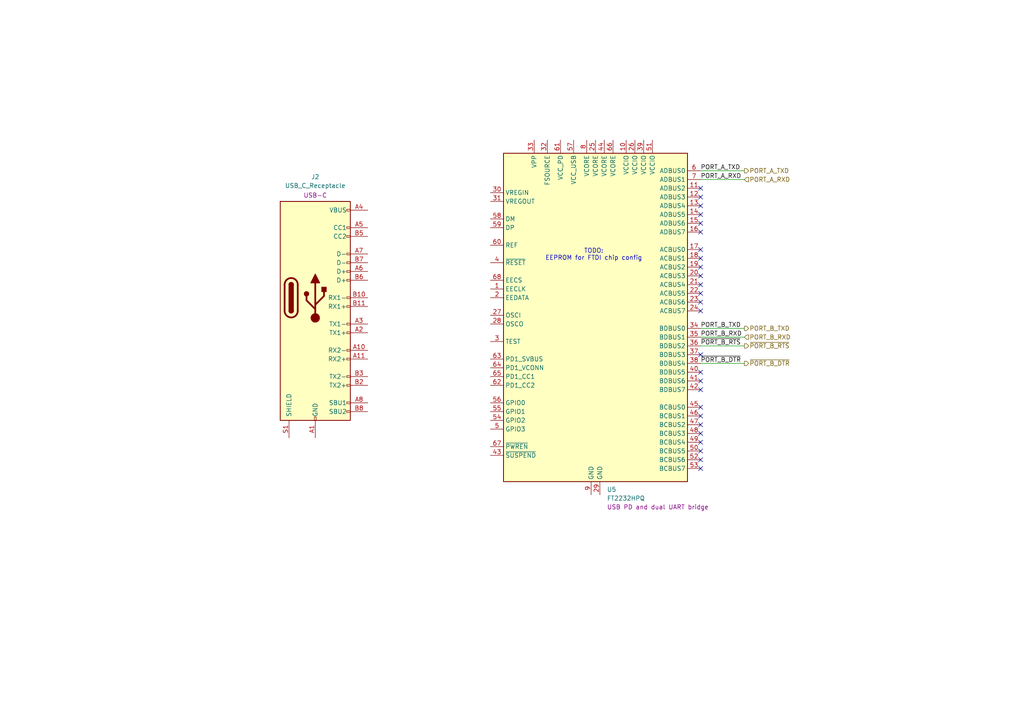
<source format=kicad_sch>
(kicad_sch (version 20231120) (generator "eeschema") (generator_version "8.0")
  (paper "A4")
  (lib_symbols
    (symbol "Connector:USB_C_Receptacle" (pin_names (offset 1.016))
      (property "Reference" "J" (at -10.16 29.21 0))
      (property "Value" "USB_C_Receptacle" (at 10.16 29.21 0))
      (symbol "USB_C_Receptacle_0_0"
        (rectangle (start -0.254 -35.56) (end 0.254 -34.544))
        (rectangle (start 10.16 -32.766) (end 9.144 -33.274))
        (rectangle (start 10.16 -30.226) (end 9.144 -30.734))
        (rectangle (start 10.16 -25.146) (end 9.144 -25.654))
        (rectangle (start 10.16 -22.606) (end 9.144 -23.114))
        (rectangle (start 10.16 -17.526) (end 9.144 -18.034))
        (rectangle (start 10.16 -14.986) (end 9.144 -15.494))
        (rectangle (start 10.16 -9.906) (end 9.144 -10.414))
        (rectangle (start 10.16 -7.366) (end 9.144 -7.874))
        (rectangle (start 10.16 -2.286) (end 9.144 -2.794))
        (rectangle (start 10.16 0.254) (end 9.144 -0.254))
        (rectangle (start 10.16 5.334) (end 9.144 4.826))
        (rectangle (start 10.16 7.874) (end 9.144 7.366))
        (rectangle (start 10.16 10.414) (end 9.144 9.906))
        (rectangle (start 10.16 12.954) (end 9.144 12.446))
        (rectangle (start 10.16 18.034) (end 9.144 17.526))
        (rectangle (start 10.16 20.574) (end 9.144 20.066))
        (rectangle (start 10.16 25.654) (end 9.144 25.146))
      )
      (symbol "USB_C_Receptacle_0_1"
        (rectangle (start -10.16 27.94) (end 10.16 -35.56) (stroke (width 0.254)) (fill (type background)))
        (arc (start -8.89 -3.81) (mid -6.985 -5.7067) (end -5.08 -3.81) (stroke (width 0.508)))
        (arc (start -7.62 -3.81) (mid -6.985 -4.4423) (end -6.35 -3.81) (stroke (width 0.254)))
        (arc (start -7.62 -3.81) (mid -6.985 -4.4423) (end -6.35 -3.81) (stroke (width 0.254)) (fill (type outline)))
        (rectangle (start -7.62 -3.81) (end -6.35 3.81) (stroke (width 0.254)) (fill (type outline)))
        (arc (start -6.35 3.81) (mid -6.985 4.4423) (end -7.62 3.81) (stroke (width 0.254)))
        (arc (start -6.35 3.81) (mid -6.985 4.4423) (end -7.62 3.81) (stroke (width 0.254)) (fill (type outline)))
        (arc (start -5.08 3.81) (mid -6.985 5.7067) (end -8.89 3.81) (stroke (width 0.508)))
        (polyline (pts (xy -8.89 -3.81) (xy -8.89 3.81)) (stroke (width 0.508)))
        (polyline (pts (xy -5.08 3.81) (xy -5.08 -3.81)) (stroke (width 0.508)))
      )
      (symbol "USB_C_Receptacle_1_1"
        (circle (center -2.54 1.143) (radius 0.635) (stroke (width 0.254)) (fill (type outline)))
        (circle (center 0 -5.842) (radius 1.27) (fill (type outline)))
        (polyline (pts (xy 0 -5.842) (xy 0 4.318)) (stroke (width 0.508)))
        (polyline (pts (xy 0 -3.302) (xy -2.54 -0.762) (xy -2.54 0.508)) (stroke (width 0.508)))
        (polyline (pts (xy 0 -2.032) (xy 2.54 0.508) (xy 2.54 1.778)) (stroke (width 0.508)))
        (polyline (pts (xy -1.27 4.318) (xy 0 6.858) (xy 1.27 4.318) (xy -1.27 4.318)) (stroke (width 0.254)) (fill (type outline)))
        (rectangle (start 1.905 1.778) (end 3.175 3.048) (stroke (width 0.254)) (fill (type outline)))
        (pin passive line (at 0 -40.64 90) (length 5.08) (name "GND") (number "A1"))
        (pin bidirectional line (at 15.24 -15.24 180) (length 5.08) (name "RX2-") (number "A10"))
        (pin bidirectional line (at 15.24 -17.78 180) (length 5.08) (name "RX2+") (number "A11"))
        (pin passive line (at 0 -40.64 90) (length 5.08) hide (name "GND") (number "A12"))
        (pin bidirectional line (at 15.24 -10.16 180) (length 5.08) (name "TX1+") (number "A2"))
        (pin bidirectional line (at 15.24 -7.62 180) (length 5.08) (name "TX1-") (number "A3"))
        (pin passive line (at 15.24 25.4 180) (length 5.08) (name "VBUS") (number "A4"))
        (pin bidirectional line (at 15.24 20.32 180) (length 5.08) (name "CC1") (number "A5"))
        (pin bidirectional line (at 15.24 7.62 180) (length 5.08) (name "D+") (number "A6"))
        (pin bidirectional line (at 15.24 12.7 180) (length 5.08) (name "D-") (number "A7"))
        (pin bidirectional line (at 15.24 -30.48 180) (length 5.08) (name "SBU1") (number "A8"))
        (pin passive line (at 15.24 25.4 180) (length 5.08) hide (name "VBUS") (number "A9"))
        (pin passive line (at 0 -40.64 90) (length 5.08) hide (name "GND") (number "B1"))
        (pin bidirectional line (at 15.24 0 180) (length 5.08) (name "RX1-") (number "B10"))
        (pin bidirectional line (at 15.24 -2.54 180) (length 5.08) (name "RX1+") (number "B11"))
        (pin passive line (at 0 -40.64 90) (length 5.08) hide (name "GND") (number "B12"))
        (pin bidirectional line (at 15.24 -25.4 180) (length 5.08) (name "TX2+") (number "B2"))
        (pin bidirectional line (at 15.24 -22.86 180) (length 5.08) (name "TX2-") (number "B3"))
        (pin passive line (at 15.24 25.4 180) (length 5.08) hide (name "VBUS") (number "B4"))
        (pin bidirectional line (at 15.24 17.78 180) (length 5.08) (name "CC2") (number "B5"))
        (pin bidirectional line (at 15.24 5.08 180) (length 5.08) (name "D+") (number "B6"))
        (pin bidirectional line (at 15.24 10.16 180) (length 5.08) (name "D-") (number "B7"))
        (pin bidirectional line (at 15.24 -33.02 180) (length 5.08) (name "SBU2") (number "B8"))
        (pin passive line (at 15.24 25.4 180) (length 5.08) hide (name "VBUS") (number "B9"))
        (pin passive line (at -7.62 -40.64 90) (length 5.08) (name "SHIELD") (number "S1"))
      )
    )
    (symbol "xengineering:FT2232HPQ"
      (property "Reference" "U" (at 20.828 52.07 0))
      (property "Value" "FT2232HPQ" (at 25.654 49.53 0))
      (symbol "FT2232HPQ_0_1"
        (rectangle (start -26.67 46.99) (end 26.67 -48.26) (stroke (width 0.254)) (fill (type background)))
      )
      (symbol "FT2232HPQ_1_1"
        (pin output line (at -30.48 7.62 0) (length 3.81) (name "EECLK") (number "1"))
        (pin input line (at 8.89 50.8 270) (length 3.81) (name "VCCIO") (number "10"))
        (pin bidirectional line (at 30.48 36.83 180) (length 3.81) (name "ADBUS2") (number "11"))
        (pin bidirectional line (at 30.48 34.29 180) (length 3.81) (name "ADBUS3") (number "12"))
        (pin bidirectional line (at 30.48 31.75 180) (length 3.81) (name "ADBUS4") (number "13"))
        (pin bidirectional line (at 30.48 29.21 180) (length 3.81) (name "ADBUS5") (number "14"))
        (pin bidirectional line (at 30.48 26.67 180) (length 3.81) (name "ADBUS6") (number "15"))
        (pin bidirectional line (at 30.48 24.13 180) (length 3.81) (name "ADBUS7") (number "16"))
        (pin bidirectional line (at 30.48 19.05 180) (length 3.81) (name "ACBUS0") (number "17"))
        (pin bidirectional line (at 30.48 16.51 180) (length 3.81) (name "ACBUS1") (number "18"))
        (pin bidirectional line (at 30.48 13.97 180) (length 3.81) (name "ACBUS2") (number "19"))
        (pin bidirectional line (at -30.48 5.08 0) (length 3.81) (name "EEDATA") (number "2"))
        (pin bidirectional line (at 30.48 11.43 180) (length 3.81) (name "ACBUS3") (number "20"))
        (pin bidirectional line (at 30.48 8.89 180) (length 3.81) (name "ACBUS4") (number "21"))
        (pin bidirectional line (at 30.48 6.35 180) (length 3.81) (name "ACBUS5") (number "22"))
        (pin bidirectional line (at 30.48 3.81 180) (length 3.81) (name "ACBUS6") (number "23"))
        (pin bidirectional line (at 30.48 1.27 180) (length 3.81) (name "ACBUS7") (number "24"))
        (pin input line (at 0 50.8 270) (length 3.81) (name "VCORE") (number "25"))
        (pin input line (at 11.43 50.8 270) (length 3.81) (name "VCCIO") (number "26"))
        (pin input line (at -30.48 0 0) (length 3.81) (name "OSCI") (number "27"))
        (pin output line (at -30.48 -2.54 0) (length 3.81) (name "OSCO") (number "28"))
        (pin input line (at 1.27 -52.07 90) (length 3.81) (name "GND") (number "29"))
        (pin input line (at -30.48 -7.62 0) (length 3.81) (name "TEST") (number "3"))
        (pin input line (at -30.48 35.56 0) (length 3.81) (name "VREGIN") (number "30"))
        (pin output line (at -30.48 33.02 0) (length 3.81) (name "VREGOUT") (number "31"))
        (pin input line (at -13.97 50.8 270) (length 3.81) (name "FSOURCE") (number "32"))
        (pin input line (at -17.78 50.8 270) (length 3.81) (name "VPP") (number "33"))
        (pin bidirectional line (at 30.48 -3.81 180) (length 3.81) (name "BDBUS0") (number "34"))
        (pin bidirectional line (at 30.48 -6.35 180) (length 3.81) (name "BDBUS1") (number "35"))
        (pin bidirectional line (at 30.48 -8.89 180) (length 3.81) (name "BDBUS2") (number "36"))
        (pin bidirectional line (at 30.48 -11.43 180) (length 3.81) (name "BDBUS3") (number "37"))
        (pin bidirectional line (at 30.48 -13.97 180) (length 3.81) (name "BDBUS4") (number "38"))
        (pin input line (at 13.97 50.8 270) (length 3.81) (name "VCCIO") (number "39"))
        (pin input line (at -30.48 15.24 0) (length 3.81) (name "~{RESET}") (number "4"))
        (pin bidirectional line (at 30.48 -16.51 180) (length 3.81) (name "BDBUS5") (number "40"))
        (pin bidirectional line (at 30.48 -19.05 180) (length 3.81) (name "BDBUS6") (number "41"))
        (pin bidirectional line (at 30.48 -21.59 180) (length 3.81) (name "BDBUS7") (number "42"))
        (pin output line (at -30.48 -40.64 0) (length 3.81) (name "~{SUSPEND}") (number "43"))
        (pin input line (at 2.54 50.8 270) (length 3.81) (name "VCORE") (number "44"))
        (pin bidirectional line (at 30.48 -26.67 180) (length 3.81) (name "BCBUS0") (number "45"))
        (pin bidirectional line (at 30.48 -29.21 180) (length 3.81) (name "BCBUS1") (number "46"))
        (pin bidirectional line (at 30.48 -31.75 180) (length 3.81) (name "BCBUS2") (number "47"))
        (pin bidirectional line (at 30.48 -34.29 180) (length 3.81) (name "BCBUS3") (number "48"))
        (pin bidirectional line (at 30.48 -36.83 180) (length 3.81) (name "BCBUS4") (number "49"))
        (pin bidirectional line (at -30.48 -33.02 0) (length 3.81) (name "GPIO3") (number "5"))
        (pin bidirectional line (at 30.48 -39.37 180) (length 3.81) (name "BCBUS5") (number "50"))
        (pin input line (at 16.51 50.8 270) (length 3.81) (name "VCCIO") (number "51"))
        (pin bidirectional line (at 30.48 -41.91 180) (length 3.81) (name "BCBUS6") (number "52"))
        (pin bidirectional line (at 30.48 -44.45 180) (length 3.81) (name "BCBUS7") (number "53"))
        (pin bidirectional line (at -30.48 -30.48 0) (length 3.81) (name "GPIO2") (number "54"))
        (pin bidirectional line (at -30.48 -27.94 0) (length 3.81) (name "GPIO1") (number "55"))
        (pin bidirectional line (at -30.48 -25.4 0) (length 3.81) (name "GPIO0") (number "56"))
        (pin input line (at -6.35 50.8 270) (length 3.81) (name "VCC_USB") (number "57"))
        (pin bidirectional line (at -30.48 27.94 0) (length 3.81) (name "DM") (number "58"))
        (pin bidirectional line (at -30.48 25.4 0) (length 3.81) (name "DP") (number "59"))
        (pin bidirectional line (at 30.48 41.91 180) (length 3.81) (name "ADBUS0") (number "6"))
        (pin input line (at -30.48 20.32 0) (length 3.81) (name "REF") (number "60"))
        (pin input line (at -10.16 50.8 270) (length 3.81) (name "VCC_PD") (number "61"))
        (pin bidirectional line (at -30.48 -20.32 0) (length 3.81) (name "PD1_CC2") (number "62"))
        (pin input line (at -30.48 -12.7 0) (length 3.81) (name "PD1_SVBUS") (number "63"))
        (pin input line (at -30.48 -15.24 0) (length 3.81) (name "PD1_VCONN") (number "64"))
        (pin bidirectional line (at -30.48 -17.78 0) (length 3.81) (name "PD1_CC1") (number "65"))
        (pin input line (at 5.08 50.8 270) (length 3.81) (name "VCORE") (number "66"))
        (pin output line (at -30.48 -38.1 0) (length 3.81) (name "~{PWREN}") (number "67"))
        (pin bidirectional line (at -30.48 10.16 0) (length 3.81) (name "EECS") (number "68"))
        (pin bidirectional line (at 30.48 39.37 180) (length 3.81) (name "ADBUS1") (number "7"))
        (pin input line (at -2.54 50.8 270) (length 3.81) (name "VCORE") (number "8"))
        (pin input line (at -1.27 -52.07 90) (length 3.81) (name "GND") (number "9"))
      )
    )
  )
  (no_connect (at 203.2 80.01))
  (no_connect (at 203.2 128.27))
  (no_connect (at 203.2 120.65))
  (no_connect (at 203.2 118.11))
  (no_connect (at 203.2 59.69))
  (no_connect (at 203.2 133.35))
  (no_connect (at 203.2 87.63))
  (no_connect (at 203.2 74.93))
  (no_connect (at 203.2 85.09))
  (no_connect (at 203.2 54.61))
  (no_connect (at 203.2 110.49))
  (no_connect (at 203.2 102.87))
  (no_connect (at 203.2 77.47))
  (no_connect (at 203.2 82.55))
  (no_connect (at 203.2 130.81))
  (no_connect (at 203.2 62.23))
  (no_connect (at 203.2 107.95))
  (no_connect (at 203.2 135.89))
  (no_connect (at 203.2 67.31))
  (no_connect (at 203.2 57.15))
  (no_connect (at 203.2 64.77))
  (no_connect (at 203.2 123.19))
  (no_connect (at 203.2 113.03))
  (no_connect (at 203.2 125.73))
  (no_connect (at 203.2 72.39))
  (no_connect (at 203.2 90.17))
  (wire (pts (xy 203.2 95.25) (xy 215.9 95.25)))
  (wire (pts (xy 203.2 105.41) (xy 215.9 105.41)))
  (wire (pts (xy 203.2 100.33) (xy 215.9 100.33)))
  (wire (pts (xy 203.2 52.07) (xy 215.9 52.07)))
  (wire (pts (xy 203.2 49.53) (xy 215.9 49.53)))
  (wire (pts (xy 203.2 97.79) (xy 215.9 97.79)))
  (text "TODO:\nEEPROM for FTDI chip config" (at 172.212 73.914 0) (effects (font (size 1.27 1.27))))
  (label "PORT_B_RXD" (at 203.2 97.79 0))
  (label "PORT_B_TXD" (at 203.2 95.25 0))
  (label "PORT_A_RXD" (at 203.2 52.07 0))
  (label "~{PORT_B_DTR}" (at 203.2 105.41 0))
  (label "~{PORT_B_RTS}" (at 203.2 100.33 0))
  (label "PORT_A_TXD" (at 203.2 49.53 0))
  (hierarchical_label "~{PORT_B_RTS}" (shape output) (at 215.9 100.33 0))
  (hierarchical_label "PORT_B_RXD" (shape input) (at 215.9 97.79 0))
  (hierarchical_label "PORT_A_TXD" (shape output) (at 215.9 49.53 0))
  (hierarchical_label "~{PORT_B_DTR}" (shape output) (at 215.9 105.41 0))
  (hierarchical_label "PORT_A_RXD" (shape input) (at 215.9 52.07 0))
  (hierarchical_label "PORT_B_TXD" (shape output) (at 215.9 95.25 0))
  (symbol (lib_id "Connector:USB_C_Receptacle") (at 91.44 86.36 0) (unit 1)
    (property "Reference" "J2" (at 91.44 51.308 0))
    (property "Value" "USB_C_Receptacle" (at 91.44 53.848 0))
    (property "Datasheet" "https://cdn.amphenol-cs.com/media/wysiwyg/files/documentation/datasheet/inputoutput/io_usb_3_2_type_c.pdf" (effects (hide yes)))
    (property "Description" "USB-C" (at 91.44 56.642 0))
    (property "MPN" "12401610E4#2A" (effects (hide yes)))
    (property "Manufacturer" "Amphenol ICC" (effects (hide yes)))
  )
  (symbol (lib_id "xengineering:FT2232HPQ") (at 172.72 91.44 0) (unit 1)
    (property "Reference" "U5" (at 176.022 141.986 0) (effects (justify left)))
    (property "Value" "FT2232HPQ" (at 176.022 144.526 0) (effects (justify left)))
    (property "Datasheet" "https://ftdichip.com/wp-content/uploads/2024/09/DS_FT2233HP.pdf" (effects (hide yes)))
    (property "Description" "USB PD and dual UART bridge" (at 176.022 147.066 0) (effects (justify left)))
    (property "Manufacturer" "FTDI Limited" (effects (hide yes)))
    (property "MPN" "FT2232HPQ-TRAY" (effects (hide yes)))
  )
)
</source>
